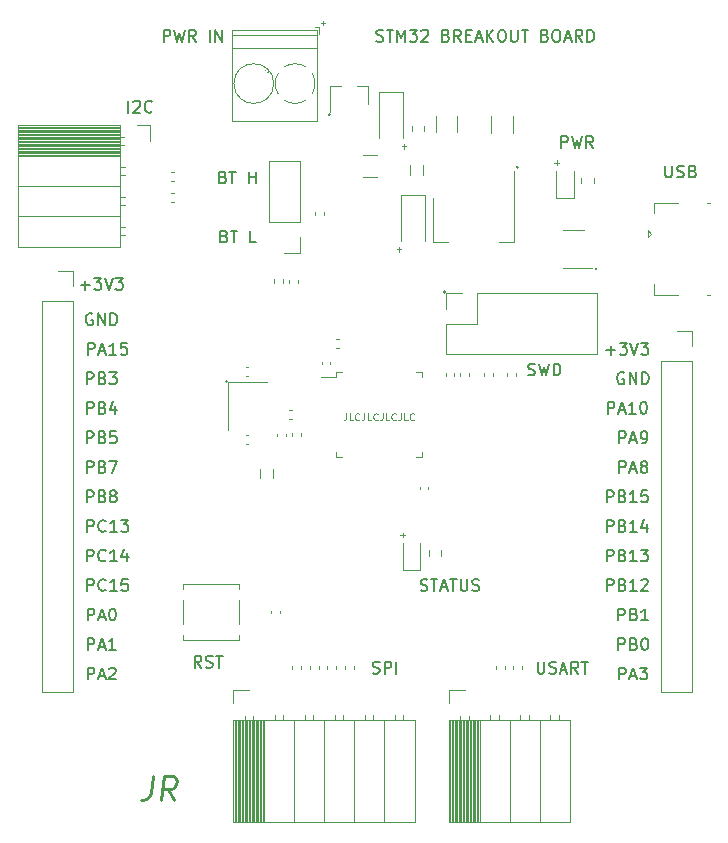
<source format=gbr>
%TF.GenerationSoftware,KiCad,Pcbnew,(5.1.9)-1*%
%TF.CreationDate,2021-01-20T19:31:44-08:00*%
%TF.ProjectId,STM32_BOB,53544d33-325f-4424-9f42-2e6b69636164,rev?*%
%TF.SameCoordinates,Original*%
%TF.FileFunction,Legend,Top*%
%TF.FilePolarity,Positive*%
%FSLAX46Y46*%
G04 Gerber Fmt 4.6, Leading zero omitted, Abs format (unit mm)*
G04 Created by KiCad (PCBNEW (5.1.9)-1) date 2021-01-20 19:31:44*
%MOMM*%
%LPD*%
G01*
G04 APERTURE LIST*
%ADD10C,0.120000*%
%ADD11C,0.150000*%
%ADD12C,0.125000*%
%ADD13C,0.250000*%
G04 APERTURE END LIST*
D10*
X120904403Y-70650000D02*
G75*
G03*
X120904403Y-70650000I-104403J0D01*
G01*
D11*
X100285714Y-105952380D02*
X100285714Y-104952380D01*
X100666666Y-104952380D01*
X100761904Y-105000000D01*
X100809523Y-105047619D01*
X100857142Y-105142857D01*
X100857142Y-105285714D01*
X100809523Y-105380952D01*
X100761904Y-105428571D01*
X100666666Y-105476190D01*
X100285714Y-105476190D01*
X101857142Y-105857142D02*
X101809523Y-105904761D01*
X101666666Y-105952380D01*
X101571428Y-105952380D01*
X101428571Y-105904761D01*
X101333333Y-105809523D01*
X101285714Y-105714285D01*
X101238095Y-105523809D01*
X101238095Y-105380952D01*
X101285714Y-105190476D01*
X101333333Y-105095238D01*
X101428571Y-105000000D01*
X101571428Y-104952380D01*
X101666666Y-104952380D01*
X101809523Y-105000000D01*
X101857142Y-105047619D01*
X102809523Y-105952380D02*
X102238095Y-105952380D01*
X102523809Y-105952380D02*
X102523809Y-104952380D01*
X102428571Y-105095238D01*
X102333333Y-105190476D01*
X102238095Y-105238095D01*
X103142857Y-104952380D02*
X103761904Y-104952380D01*
X103428571Y-105333333D01*
X103571428Y-105333333D01*
X103666666Y-105380952D01*
X103714285Y-105428571D01*
X103761904Y-105523809D01*
X103761904Y-105761904D01*
X103714285Y-105857142D01*
X103666666Y-105904761D01*
X103571428Y-105952380D01*
X103285714Y-105952380D01*
X103190476Y-105904761D01*
X103142857Y-105857142D01*
X145333333Y-98452380D02*
X145333333Y-97452380D01*
X145714285Y-97452380D01*
X145809523Y-97500000D01*
X145857142Y-97547619D01*
X145904761Y-97642857D01*
X145904761Y-97785714D01*
X145857142Y-97880952D01*
X145809523Y-97928571D01*
X145714285Y-97976190D01*
X145333333Y-97976190D01*
X146285714Y-98166666D02*
X146761904Y-98166666D01*
X146190476Y-98452380D02*
X146523809Y-97452380D01*
X146857142Y-98452380D01*
X147238095Y-98452380D02*
X147428571Y-98452380D01*
X147523809Y-98404761D01*
X147571428Y-98357142D01*
X147666666Y-98214285D01*
X147714285Y-98023809D01*
X147714285Y-97642857D01*
X147666666Y-97547619D01*
X147619047Y-97500000D01*
X147523809Y-97452380D01*
X147333333Y-97452380D01*
X147238095Y-97500000D01*
X147190476Y-97547619D01*
X147142857Y-97642857D01*
X147142857Y-97880952D01*
X147190476Y-97976190D01*
X147238095Y-98023809D01*
X147333333Y-98071428D01*
X147523809Y-98071428D01*
X147619047Y-98023809D01*
X147666666Y-97976190D01*
X147714285Y-97880952D01*
X145333333Y-100952380D02*
X145333333Y-99952380D01*
X145714285Y-99952380D01*
X145809523Y-100000000D01*
X145857142Y-100047619D01*
X145904761Y-100142857D01*
X145904761Y-100285714D01*
X145857142Y-100380952D01*
X145809523Y-100428571D01*
X145714285Y-100476190D01*
X145333333Y-100476190D01*
X146285714Y-100666666D02*
X146761904Y-100666666D01*
X146190476Y-100952380D02*
X146523809Y-99952380D01*
X146857142Y-100952380D01*
X147333333Y-100380952D02*
X147238095Y-100333333D01*
X147190476Y-100285714D01*
X147142857Y-100190476D01*
X147142857Y-100142857D01*
X147190476Y-100047619D01*
X147238095Y-100000000D01*
X147333333Y-99952380D01*
X147523809Y-99952380D01*
X147619047Y-100000000D01*
X147666666Y-100047619D01*
X147714285Y-100142857D01*
X147714285Y-100190476D01*
X147666666Y-100285714D01*
X147619047Y-100333333D01*
X147523809Y-100380952D01*
X147333333Y-100380952D01*
X147238095Y-100428571D01*
X147190476Y-100476190D01*
X147142857Y-100571428D01*
X147142857Y-100761904D01*
X147190476Y-100857142D01*
X147238095Y-100904761D01*
X147333333Y-100952380D01*
X147523809Y-100952380D01*
X147619047Y-100904761D01*
X147666666Y-100857142D01*
X147714285Y-100761904D01*
X147714285Y-100571428D01*
X147666666Y-100476190D01*
X147619047Y-100428571D01*
X147523809Y-100380952D01*
X144285714Y-103452380D02*
X144285714Y-102452380D01*
X144666666Y-102452380D01*
X144761904Y-102500000D01*
X144809523Y-102547619D01*
X144857142Y-102642857D01*
X144857142Y-102785714D01*
X144809523Y-102880952D01*
X144761904Y-102928571D01*
X144666666Y-102976190D01*
X144285714Y-102976190D01*
X145619047Y-102928571D02*
X145761904Y-102976190D01*
X145809523Y-103023809D01*
X145857142Y-103119047D01*
X145857142Y-103261904D01*
X145809523Y-103357142D01*
X145761904Y-103404761D01*
X145666666Y-103452380D01*
X145285714Y-103452380D01*
X145285714Y-102452380D01*
X145619047Y-102452380D01*
X145714285Y-102500000D01*
X145761904Y-102547619D01*
X145809523Y-102642857D01*
X145809523Y-102738095D01*
X145761904Y-102833333D01*
X145714285Y-102880952D01*
X145619047Y-102928571D01*
X145285714Y-102928571D01*
X146809523Y-103452380D02*
X146238095Y-103452380D01*
X146523809Y-103452380D02*
X146523809Y-102452380D01*
X146428571Y-102595238D01*
X146333333Y-102690476D01*
X146238095Y-102738095D01*
X147714285Y-102452380D02*
X147238095Y-102452380D01*
X147190476Y-102928571D01*
X147238095Y-102880952D01*
X147333333Y-102833333D01*
X147571428Y-102833333D01*
X147666666Y-102880952D01*
X147714285Y-102928571D01*
X147761904Y-103023809D01*
X147761904Y-103261904D01*
X147714285Y-103357142D01*
X147666666Y-103404761D01*
X147571428Y-103452380D01*
X147333333Y-103452380D01*
X147238095Y-103404761D01*
X147190476Y-103357142D01*
X144285714Y-105952380D02*
X144285714Y-104952380D01*
X144666666Y-104952380D01*
X144761904Y-105000000D01*
X144809523Y-105047619D01*
X144857142Y-105142857D01*
X144857142Y-105285714D01*
X144809523Y-105380952D01*
X144761904Y-105428571D01*
X144666666Y-105476190D01*
X144285714Y-105476190D01*
X145619047Y-105428571D02*
X145761904Y-105476190D01*
X145809523Y-105523809D01*
X145857142Y-105619047D01*
X145857142Y-105761904D01*
X145809523Y-105857142D01*
X145761904Y-105904761D01*
X145666666Y-105952380D01*
X145285714Y-105952380D01*
X145285714Y-104952380D01*
X145619047Y-104952380D01*
X145714285Y-105000000D01*
X145761904Y-105047619D01*
X145809523Y-105142857D01*
X145809523Y-105238095D01*
X145761904Y-105333333D01*
X145714285Y-105380952D01*
X145619047Y-105428571D01*
X145285714Y-105428571D01*
X146809523Y-105952380D02*
X146238095Y-105952380D01*
X146523809Y-105952380D02*
X146523809Y-104952380D01*
X146428571Y-105095238D01*
X146333333Y-105190476D01*
X146238095Y-105238095D01*
X147666666Y-105285714D02*
X147666666Y-105952380D01*
X147428571Y-104904761D02*
X147190476Y-105619047D01*
X147809523Y-105619047D01*
X144285714Y-108452380D02*
X144285714Y-107452380D01*
X144666666Y-107452380D01*
X144761904Y-107500000D01*
X144809523Y-107547619D01*
X144857142Y-107642857D01*
X144857142Y-107785714D01*
X144809523Y-107880952D01*
X144761904Y-107928571D01*
X144666666Y-107976190D01*
X144285714Y-107976190D01*
X145619047Y-107928571D02*
X145761904Y-107976190D01*
X145809523Y-108023809D01*
X145857142Y-108119047D01*
X145857142Y-108261904D01*
X145809523Y-108357142D01*
X145761904Y-108404761D01*
X145666666Y-108452380D01*
X145285714Y-108452380D01*
X145285714Y-107452380D01*
X145619047Y-107452380D01*
X145714285Y-107500000D01*
X145761904Y-107547619D01*
X145809523Y-107642857D01*
X145809523Y-107738095D01*
X145761904Y-107833333D01*
X145714285Y-107880952D01*
X145619047Y-107928571D01*
X145285714Y-107928571D01*
X146809523Y-108452380D02*
X146238095Y-108452380D01*
X146523809Y-108452380D02*
X146523809Y-107452380D01*
X146428571Y-107595238D01*
X146333333Y-107690476D01*
X146238095Y-107738095D01*
X147142857Y-107452380D02*
X147761904Y-107452380D01*
X147428571Y-107833333D01*
X147571428Y-107833333D01*
X147666666Y-107880952D01*
X147714285Y-107928571D01*
X147761904Y-108023809D01*
X147761904Y-108261904D01*
X147714285Y-108357142D01*
X147666666Y-108404761D01*
X147571428Y-108452380D01*
X147285714Y-108452380D01*
X147190476Y-108404761D01*
X147142857Y-108357142D01*
X144285714Y-110952380D02*
X144285714Y-109952380D01*
X144666666Y-109952380D01*
X144761904Y-110000000D01*
X144809523Y-110047619D01*
X144857142Y-110142857D01*
X144857142Y-110285714D01*
X144809523Y-110380952D01*
X144761904Y-110428571D01*
X144666666Y-110476190D01*
X144285714Y-110476190D01*
X145619047Y-110428571D02*
X145761904Y-110476190D01*
X145809523Y-110523809D01*
X145857142Y-110619047D01*
X145857142Y-110761904D01*
X145809523Y-110857142D01*
X145761904Y-110904761D01*
X145666666Y-110952380D01*
X145285714Y-110952380D01*
X145285714Y-109952380D01*
X145619047Y-109952380D01*
X145714285Y-110000000D01*
X145761904Y-110047619D01*
X145809523Y-110142857D01*
X145809523Y-110238095D01*
X145761904Y-110333333D01*
X145714285Y-110380952D01*
X145619047Y-110428571D01*
X145285714Y-110428571D01*
X146809523Y-110952380D02*
X146238095Y-110952380D01*
X146523809Y-110952380D02*
X146523809Y-109952380D01*
X146428571Y-110095238D01*
X146333333Y-110190476D01*
X146238095Y-110238095D01*
X147190476Y-110047619D02*
X147238095Y-110000000D01*
X147333333Y-109952380D01*
X147571428Y-109952380D01*
X147666666Y-110000000D01*
X147714285Y-110047619D01*
X147761904Y-110142857D01*
X147761904Y-110238095D01*
X147714285Y-110380952D01*
X147142857Y-110952380D01*
X147761904Y-110952380D01*
X145261904Y-113452380D02*
X145261904Y-112452380D01*
X145642857Y-112452380D01*
X145738095Y-112500000D01*
X145785714Y-112547619D01*
X145833333Y-112642857D01*
X145833333Y-112785714D01*
X145785714Y-112880952D01*
X145738095Y-112928571D01*
X145642857Y-112976190D01*
X145261904Y-112976190D01*
X146595238Y-112928571D02*
X146738095Y-112976190D01*
X146785714Y-113023809D01*
X146833333Y-113119047D01*
X146833333Y-113261904D01*
X146785714Y-113357142D01*
X146738095Y-113404761D01*
X146642857Y-113452380D01*
X146261904Y-113452380D01*
X146261904Y-112452380D01*
X146595238Y-112452380D01*
X146690476Y-112500000D01*
X146738095Y-112547619D01*
X146785714Y-112642857D01*
X146785714Y-112738095D01*
X146738095Y-112833333D01*
X146690476Y-112880952D01*
X146595238Y-112928571D01*
X146261904Y-112928571D01*
X147785714Y-113452380D02*
X147214285Y-113452380D01*
X147500000Y-113452380D02*
X147500000Y-112452380D01*
X147404761Y-112595238D01*
X147309523Y-112690476D01*
X147214285Y-112738095D01*
X145261904Y-115952380D02*
X145261904Y-114952380D01*
X145642857Y-114952380D01*
X145738095Y-115000000D01*
X145785714Y-115047619D01*
X145833333Y-115142857D01*
X145833333Y-115285714D01*
X145785714Y-115380952D01*
X145738095Y-115428571D01*
X145642857Y-115476190D01*
X145261904Y-115476190D01*
X146595238Y-115428571D02*
X146738095Y-115476190D01*
X146785714Y-115523809D01*
X146833333Y-115619047D01*
X146833333Y-115761904D01*
X146785714Y-115857142D01*
X146738095Y-115904761D01*
X146642857Y-115952380D01*
X146261904Y-115952380D01*
X146261904Y-114952380D01*
X146595238Y-114952380D01*
X146690476Y-115000000D01*
X146738095Y-115047619D01*
X146785714Y-115142857D01*
X146785714Y-115238095D01*
X146738095Y-115333333D01*
X146690476Y-115380952D01*
X146595238Y-115428571D01*
X146261904Y-115428571D01*
X147452380Y-114952380D02*
X147547619Y-114952380D01*
X147642857Y-115000000D01*
X147690476Y-115047619D01*
X147738095Y-115142857D01*
X147785714Y-115333333D01*
X147785714Y-115571428D01*
X147738095Y-115761904D01*
X147690476Y-115857142D01*
X147642857Y-115904761D01*
X147547619Y-115952380D01*
X147452380Y-115952380D01*
X147357142Y-115904761D01*
X147309523Y-115857142D01*
X147261904Y-115761904D01*
X147214285Y-115571428D01*
X147214285Y-115333333D01*
X147261904Y-115142857D01*
X147309523Y-115047619D01*
X147357142Y-115000000D01*
X147452380Y-114952380D01*
X145333333Y-118452380D02*
X145333333Y-117452380D01*
X145714285Y-117452380D01*
X145809523Y-117500000D01*
X145857142Y-117547619D01*
X145904761Y-117642857D01*
X145904761Y-117785714D01*
X145857142Y-117880952D01*
X145809523Y-117928571D01*
X145714285Y-117976190D01*
X145333333Y-117976190D01*
X146285714Y-118166666D02*
X146761904Y-118166666D01*
X146190476Y-118452380D02*
X146523809Y-117452380D01*
X146857142Y-118452380D01*
X147095238Y-117452380D02*
X147714285Y-117452380D01*
X147380952Y-117833333D01*
X147523809Y-117833333D01*
X147619047Y-117880952D01*
X147666666Y-117928571D01*
X147714285Y-118023809D01*
X147714285Y-118261904D01*
X147666666Y-118357142D01*
X147619047Y-118404761D01*
X147523809Y-118452380D01*
X147238095Y-118452380D01*
X147142857Y-118404761D01*
X147095238Y-118357142D01*
X144357142Y-95952380D02*
X144357142Y-94952380D01*
X144738095Y-94952380D01*
X144833333Y-95000000D01*
X144880952Y-95047619D01*
X144928571Y-95142857D01*
X144928571Y-95285714D01*
X144880952Y-95380952D01*
X144833333Y-95428571D01*
X144738095Y-95476190D01*
X144357142Y-95476190D01*
X145309523Y-95666666D02*
X145785714Y-95666666D01*
X145214285Y-95952380D02*
X145547619Y-94952380D01*
X145880952Y-95952380D01*
X146738095Y-95952380D02*
X146166666Y-95952380D01*
X146452380Y-95952380D02*
X146452380Y-94952380D01*
X146357142Y-95095238D01*
X146261904Y-95190476D01*
X146166666Y-95238095D01*
X147357142Y-94952380D02*
X147452380Y-94952380D01*
X147547619Y-95000000D01*
X147595238Y-95047619D01*
X147642857Y-95142857D01*
X147690476Y-95333333D01*
X147690476Y-95571428D01*
X147642857Y-95761904D01*
X147595238Y-95857142D01*
X147547619Y-95904761D01*
X147452380Y-95952380D01*
X147357142Y-95952380D01*
X147261904Y-95904761D01*
X147214285Y-95857142D01*
X147166666Y-95761904D01*
X147119047Y-95571428D01*
X147119047Y-95333333D01*
X147166666Y-95142857D01*
X147214285Y-95047619D01*
X147261904Y-95000000D01*
X147357142Y-94952380D01*
X145738095Y-92500000D02*
X145642857Y-92452380D01*
X145500000Y-92452380D01*
X145357142Y-92500000D01*
X145261904Y-92595238D01*
X145214285Y-92690476D01*
X145166666Y-92880952D01*
X145166666Y-93023809D01*
X145214285Y-93214285D01*
X145261904Y-93309523D01*
X145357142Y-93404761D01*
X145500000Y-93452380D01*
X145595238Y-93452380D01*
X145738095Y-93404761D01*
X145785714Y-93357142D01*
X145785714Y-93023809D01*
X145595238Y-93023809D01*
X146214285Y-93452380D02*
X146214285Y-92452380D01*
X146785714Y-93452380D01*
X146785714Y-92452380D01*
X147261904Y-93452380D02*
X147261904Y-92452380D01*
X147500000Y-92452380D01*
X147642857Y-92500000D01*
X147738095Y-92595238D01*
X147785714Y-92690476D01*
X147833333Y-92880952D01*
X147833333Y-93023809D01*
X147785714Y-93214285D01*
X147738095Y-93309523D01*
X147642857Y-93404761D01*
X147500000Y-93452380D01*
X147261904Y-93452380D01*
X144238095Y-90571428D02*
X145000000Y-90571428D01*
X144619047Y-90952380D02*
X144619047Y-90190476D01*
X145380952Y-89952380D02*
X146000000Y-89952380D01*
X145666666Y-90333333D01*
X145809523Y-90333333D01*
X145904761Y-90380952D01*
X145952380Y-90428571D01*
X146000000Y-90523809D01*
X146000000Y-90761904D01*
X145952380Y-90857142D01*
X145904761Y-90904761D01*
X145809523Y-90952380D01*
X145523809Y-90952380D01*
X145428571Y-90904761D01*
X145380952Y-90857142D01*
X146285714Y-89952380D02*
X146619047Y-90952380D01*
X146952380Y-89952380D01*
X147190476Y-89952380D02*
X147809523Y-89952380D01*
X147476190Y-90333333D01*
X147619047Y-90333333D01*
X147714285Y-90380952D01*
X147761904Y-90428571D01*
X147809523Y-90523809D01*
X147809523Y-90761904D01*
X147761904Y-90857142D01*
X147714285Y-90904761D01*
X147619047Y-90952380D01*
X147333333Y-90952380D01*
X147238095Y-90904761D01*
X147190476Y-90857142D01*
X99738095Y-85071428D02*
X100500000Y-85071428D01*
X100119047Y-85452380D02*
X100119047Y-84690476D01*
X100880952Y-84452380D02*
X101500000Y-84452380D01*
X101166666Y-84833333D01*
X101309523Y-84833333D01*
X101404761Y-84880952D01*
X101452380Y-84928571D01*
X101500000Y-85023809D01*
X101500000Y-85261904D01*
X101452380Y-85357142D01*
X101404761Y-85404761D01*
X101309523Y-85452380D01*
X101023809Y-85452380D01*
X100928571Y-85404761D01*
X100880952Y-85357142D01*
X101785714Y-84452380D02*
X102119047Y-85452380D01*
X102452380Y-84452380D01*
X102690476Y-84452380D02*
X103309523Y-84452380D01*
X102976190Y-84833333D01*
X103119047Y-84833333D01*
X103214285Y-84880952D01*
X103261904Y-84928571D01*
X103309523Y-85023809D01*
X103309523Y-85261904D01*
X103261904Y-85357142D01*
X103214285Y-85404761D01*
X103119047Y-85452380D01*
X102833333Y-85452380D01*
X102738095Y-85404761D01*
X102690476Y-85357142D01*
X100738095Y-87500000D02*
X100642857Y-87452380D01*
X100500000Y-87452380D01*
X100357142Y-87500000D01*
X100261904Y-87595238D01*
X100214285Y-87690476D01*
X100166666Y-87880952D01*
X100166666Y-88023809D01*
X100214285Y-88214285D01*
X100261904Y-88309523D01*
X100357142Y-88404761D01*
X100500000Y-88452380D01*
X100595238Y-88452380D01*
X100738095Y-88404761D01*
X100785714Y-88357142D01*
X100785714Y-88023809D01*
X100595238Y-88023809D01*
X101214285Y-88452380D02*
X101214285Y-87452380D01*
X101785714Y-88452380D01*
X101785714Y-87452380D01*
X102261904Y-88452380D02*
X102261904Y-87452380D01*
X102500000Y-87452380D01*
X102642857Y-87500000D01*
X102738095Y-87595238D01*
X102785714Y-87690476D01*
X102833333Y-87880952D01*
X102833333Y-88023809D01*
X102785714Y-88214285D01*
X102738095Y-88309523D01*
X102642857Y-88404761D01*
X102500000Y-88452380D01*
X102261904Y-88452380D01*
X100357142Y-90952380D02*
X100357142Y-89952380D01*
X100738095Y-89952380D01*
X100833333Y-90000000D01*
X100880952Y-90047619D01*
X100928571Y-90142857D01*
X100928571Y-90285714D01*
X100880952Y-90380952D01*
X100833333Y-90428571D01*
X100738095Y-90476190D01*
X100357142Y-90476190D01*
X101309523Y-90666666D02*
X101785714Y-90666666D01*
X101214285Y-90952380D02*
X101547619Y-89952380D01*
X101880952Y-90952380D01*
X102738095Y-90952380D02*
X102166666Y-90952380D01*
X102452380Y-90952380D02*
X102452380Y-89952380D01*
X102357142Y-90095238D01*
X102261904Y-90190476D01*
X102166666Y-90238095D01*
X103642857Y-89952380D02*
X103166666Y-89952380D01*
X103119047Y-90428571D01*
X103166666Y-90380952D01*
X103261904Y-90333333D01*
X103500000Y-90333333D01*
X103595238Y-90380952D01*
X103642857Y-90428571D01*
X103690476Y-90523809D01*
X103690476Y-90761904D01*
X103642857Y-90857142D01*
X103595238Y-90904761D01*
X103500000Y-90952380D01*
X103261904Y-90952380D01*
X103166666Y-90904761D01*
X103119047Y-90857142D01*
X100261904Y-93452380D02*
X100261904Y-92452380D01*
X100642857Y-92452380D01*
X100738095Y-92500000D01*
X100785714Y-92547619D01*
X100833333Y-92642857D01*
X100833333Y-92785714D01*
X100785714Y-92880952D01*
X100738095Y-92928571D01*
X100642857Y-92976190D01*
X100261904Y-92976190D01*
X101595238Y-92928571D02*
X101738095Y-92976190D01*
X101785714Y-93023809D01*
X101833333Y-93119047D01*
X101833333Y-93261904D01*
X101785714Y-93357142D01*
X101738095Y-93404761D01*
X101642857Y-93452380D01*
X101261904Y-93452380D01*
X101261904Y-92452380D01*
X101595238Y-92452380D01*
X101690476Y-92500000D01*
X101738095Y-92547619D01*
X101785714Y-92642857D01*
X101785714Y-92738095D01*
X101738095Y-92833333D01*
X101690476Y-92880952D01*
X101595238Y-92928571D01*
X101261904Y-92928571D01*
X102166666Y-92452380D02*
X102785714Y-92452380D01*
X102452380Y-92833333D01*
X102595238Y-92833333D01*
X102690476Y-92880952D01*
X102738095Y-92928571D01*
X102785714Y-93023809D01*
X102785714Y-93261904D01*
X102738095Y-93357142D01*
X102690476Y-93404761D01*
X102595238Y-93452380D01*
X102309523Y-93452380D01*
X102214285Y-93404761D01*
X102166666Y-93357142D01*
X100261904Y-95952380D02*
X100261904Y-94952380D01*
X100642857Y-94952380D01*
X100738095Y-95000000D01*
X100785714Y-95047619D01*
X100833333Y-95142857D01*
X100833333Y-95285714D01*
X100785714Y-95380952D01*
X100738095Y-95428571D01*
X100642857Y-95476190D01*
X100261904Y-95476190D01*
X101595238Y-95428571D02*
X101738095Y-95476190D01*
X101785714Y-95523809D01*
X101833333Y-95619047D01*
X101833333Y-95761904D01*
X101785714Y-95857142D01*
X101738095Y-95904761D01*
X101642857Y-95952380D01*
X101261904Y-95952380D01*
X101261904Y-94952380D01*
X101595238Y-94952380D01*
X101690476Y-95000000D01*
X101738095Y-95047619D01*
X101785714Y-95142857D01*
X101785714Y-95238095D01*
X101738095Y-95333333D01*
X101690476Y-95380952D01*
X101595238Y-95428571D01*
X101261904Y-95428571D01*
X102690476Y-95285714D02*
X102690476Y-95952380D01*
X102452380Y-94904761D02*
X102214285Y-95619047D01*
X102833333Y-95619047D01*
X100261904Y-98452380D02*
X100261904Y-97452380D01*
X100642857Y-97452380D01*
X100738095Y-97500000D01*
X100785714Y-97547619D01*
X100833333Y-97642857D01*
X100833333Y-97785714D01*
X100785714Y-97880952D01*
X100738095Y-97928571D01*
X100642857Y-97976190D01*
X100261904Y-97976190D01*
X101595238Y-97928571D02*
X101738095Y-97976190D01*
X101785714Y-98023809D01*
X101833333Y-98119047D01*
X101833333Y-98261904D01*
X101785714Y-98357142D01*
X101738095Y-98404761D01*
X101642857Y-98452380D01*
X101261904Y-98452380D01*
X101261904Y-97452380D01*
X101595238Y-97452380D01*
X101690476Y-97500000D01*
X101738095Y-97547619D01*
X101785714Y-97642857D01*
X101785714Y-97738095D01*
X101738095Y-97833333D01*
X101690476Y-97880952D01*
X101595238Y-97928571D01*
X101261904Y-97928571D01*
X102738095Y-97452380D02*
X102261904Y-97452380D01*
X102214285Y-97928571D01*
X102261904Y-97880952D01*
X102357142Y-97833333D01*
X102595238Y-97833333D01*
X102690476Y-97880952D01*
X102738095Y-97928571D01*
X102785714Y-98023809D01*
X102785714Y-98261904D01*
X102738095Y-98357142D01*
X102690476Y-98404761D01*
X102595238Y-98452380D01*
X102357142Y-98452380D01*
X102261904Y-98404761D01*
X102214285Y-98357142D01*
X100261904Y-100952380D02*
X100261904Y-99952380D01*
X100642857Y-99952380D01*
X100738095Y-100000000D01*
X100785714Y-100047619D01*
X100833333Y-100142857D01*
X100833333Y-100285714D01*
X100785714Y-100380952D01*
X100738095Y-100428571D01*
X100642857Y-100476190D01*
X100261904Y-100476190D01*
X101595238Y-100428571D02*
X101738095Y-100476190D01*
X101785714Y-100523809D01*
X101833333Y-100619047D01*
X101833333Y-100761904D01*
X101785714Y-100857142D01*
X101738095Y-100904761D01*
X101642857Y-100952380D01*
X101261904Y-100952380D01*
X101261904Y-99952380D01*
X101595238Y-99952380D01*
X101690476Y-100000000D01*
X101738095Y-100047619D01*
X101785714Y-100142857D01*
X101785714Y-100238095D01*
X101738095Y-100333333D01*
X101690476Y-100380952D01*
X101595238Y-100428571D01*
X101261904Y-100428571D01*
X102166666Y-99952380D02*
X102833333Y-99952380D01*
X102404761Y-100952380D01*
X100261904Y-103452380D02*
X100261904Y-102452380D01*
X100642857Y-102452380D01*
X100738095Y-102500000D01*
X100785714Y-102547619D01*
X100833333Y-102642857D01*
X100833333Y-102785714D01*
X100785714Y-102880952D01*
X100738095Y-102928571D01*
X100642857Y-102976190D01*
X100261904Y-102976190D01*
X101595238Y-102928571D02*
X101738095Y-102976190D01*
X101785714Y-103023809D01*
X101833333Y-103119047D01*
X101833333Y-103261904D01*
X101785714Y-103357142D01*
X101738095Y-103404761D01*
X101642857Y-103452380D01*
X101261904Y-103452380D01*
X101261904Y-102452380D01*
X101595238Y-102452380D01*
X101690476Y-102500000D01*
X101738095Y-102547619D01*
X101785714Y-102642857D01*
X101785714Y-102738095D01*
X101738095Y-102833333D01*
X101690476Y-102880952D01*
X101595238Y-102928571D01*
X101261904Y-102928571D01*
X102404761Y-102880952D02*
X102309523Y-102833333D01*
X102261904Y-102785714D01*
X102214285Y-102690476D01*
X102214285Y-102642857D01*
X102261904Y-102547619D01*
X102309523Y-102500000D01*
X102404761Y-102452380D01*
X102595238Y-102452380D01*
X102690476Y-102500000D01*
X102738095Y-102547619D01*
X102785714Y-102642857D01*
X102785714Y-102690476D01*
X102738095Y-102785714D01*
X102690476Y-102833333D01*
X102595238Y-102880952D01*
X102404761Y-102880952D01*
X102309523Y-102928571D01*
X102261904Y-102976190D01*
X102214285Y-103071428D01*
X102214285Y-103261904D01*
X102261904Y-103357142D01*
X102309523Y-103404761D01*
X102404761Y-103452380D01*
X102595238Y-103452380D01*
X102690476Y-103404761D01*
X102738095Y-103357142D01*
X102785714Y-103261904D01*
X102785714Y-103071428D01*
X102738095Y-102976190D01*
X102690476Y-102928571D01*
X102595238Y-102880952D01*
X100285714Y-108452380D02*
X100285714Y-107452380D01*
X100666666Y-107452380D01*
X100761904Y-107500000D01*
X100809523Y-107547619D01*
X100857142Y-107642857D01*
X100857142Y-107785714D01*
X100809523Y-107880952D01*
X100761904Y-107928571D01*
X100666666Y-107976190D01*
X100285714Y-107976190D01*
X101857142Y-108357142D02*
X101809523Y-108404761D01*
X101666666Y-108452380D01*
X101571428Y-108452380D01*
X101428571Y-108404761D01*
X101333333Y-108309523D01*
X101285714Y-108214285D01*
X101238095Y-108023809D01*
X101238095Y-107880952D01*
X101285714Y-107690476D01*
X101333333Y-107595238D01*
X101428571Y-107500000D01*
X101571428Y-107452380D01*
X101666666Y-107452380D01*
X101809523Y-107500000D01*
X101857142Y-107547619D01*
X102809523Y-108452380D02*
X102238095Y-108452380D01*
X102523809Y-108452380D02*
X102523809Y-107452380D01*
X102428571Y-107595238D01*
X102333333Y-107690476D01*
X102238095Y-107738095D01*
X103666666Y-107785714D02*
X103666666Y-108452380D01*
X103428571Y-107404761D02*
X103190476Y-108119047D01*
X103809523Y-108119047D01*
X100285714Y-110952380D02*
X100285714Y-109952380D01*
X100666666Y-109952380D01*
X100761904Y-110000000D01*
X100809523Y-110047619D01*
X100857142Y-110142857D01*
X100857142Y-110285714D01*
X100809523Y-110380952D01*
X100761904Y-110428571D01*
X100666666Y-110476190D01*
X100285714Y-110476190D01*
X101857142Y-110857142D02*
X101809523Y-110904761D01*
X101666666Y-110952380D01*
X101571428Y-110952380D01*
X101428571Y-110904761D01*
X101333333Y-110809523D01*
X101285714Y-110714285D01*
X101238095Y-110523809D01*
X101238095Y-110380952D01*
X101285714Y-110190476D01*
X101333333Y-110095238D01*
X101428571Y-110000000D01*
X101571428Y-109952380D01*
X101666666Y-109952380D01*
X101809523Y-110000000D01*
X101857142Y-110047619D01*
X102809523Y-110952380D02*
X102238095Y-110952380D01*
X102523809Y-110952380D02*
X102523809Y-109952380D01*
X102428571Y-110095238D01*
X102333333Y-110190476D01*
X102238095Y-110238095D01*
X103714285Y-109952380D02*
X103238095Y-109952380D01*
X103190476Y-110428571D01*
X103238095Y-110380952D01*
X103333333Y-110333333D01*
X103571428Y-110333333D01*
X103666666Y-110380952D01*
X103714285Y-110428571D01*
X103761904Y-110523809D01*
X103761904Y-110761904D01*
X103714285Y-110857142D01*
X103666666Y-110904761D01*
X103571428Y-110952380D01*
X103333333Y-110952380D01*
X103238095Y-110904761D01*
X103190476Y-110857142D01*
X100333333Y-113452380D02*
X100333333Y-112452380D01*
X100714285Y-112452380D01*
X100809523Y-112500000D01*
X100857142Y-112547619D01*
X100904761Y-112642857D01*
X100904761Y-112785714D01*
X100857142Y-112880952D01*
X100809523Y-112928571D01*
X100714285Y-112976190D01*
X100333333Y-112976190D01*
X101285714Y-113166666D02*
X101761904Y-113166666D01*
X101190476Y-113452380D02*
X101523809Y-112452380D01*
X101857142Y-113452380D01*
X102380952Y-112452380D02*
X102476190Y-112452380D01*
X102571428Y-112500000D01*
X102619047Y-112547619D01*
X102666666Y-112642857D01*
X102714285Y-112833333D01*
X102714285Y-113071428D01*
X102666666Y-113261904D01*
X102619047Y-113357142D01*
X102571428Y-113404761D01*
X102476190Y-113452380D01*
X102380952Y-113452380D01*
X102285714Y-113404761D01*
X102238095Y-113357142D01*
X102190476Y-113261904D01*
X102142857Y-113071428D01*
X102142857Y-112833333D01*
X102190476Y-112642857D01*
X102238095Y-112547619D01*
X102285714Y-112500000D01*
X102380952Y-112452380D01*
X100333333Y-115952380D02*
X100333333Y-114952380D01*
X100714285Y-114952380D01*
X100809523Y-115000000D01*
X100857142Y-115047619D01*
X100904761Y-115142857D01*
X100904761Y-115285714D01*
X100857142Y-115380952D01*
X100809523Y-115428571D01*
X100714285Y-115476190D01*
X100333333Y-115476190D01*
X101285714Y-115666666D02*
X101761904Y-115666666D01*
X101190476Y-115952380D02*
X101523809Y-114952380D01*
X101857142Y-115952380D01*
X102714285Y-115952380D02*
X102142857Y-115952380D01*
X102428571Y-115952380D02*
X102428571Y-114952380D01*
X102333333Y-115095238D01*
X102238095Y-115190476D01*
X102142857Y-115238095D01*
X100333333Y-118452380D02*
X100333333Y-117452380D01*
X100714285Y-117452380D01*
X100809523Y-117500000D01*
X100857142Y-117547619D01*
X100904761Y-117642857D01*
X100904761Y-117785714D01*
X100857142Y-117880952D01*
X100809523Y-117928571D01*
X100714285Y-117976190D01*
X100333333Y-117976190D01*
X101285714Y-118166666D02*
X101761904Y-118166666D01*
X101190476Y-118452380D02*
X101523809Y-117452380D01*
X101857142Y-118452380D01*
X102142857Y-117547619D02*
X102190476Y-117500000D01*
X102285714Y-117452380D01*
X102523809Y-117452380D01*
X102619047Y-117500000D01*
X102666666Y-117547619D01*
X102714285Y-117642857D01*
X102714285Y-117738095D01*
X102666666Y-117880952D01*
X102095238Y-118452380D01*
X102714285Y-118452380D01*
D12*
X122228571Y-95921428D02*
X122228571Y-96350000D01*
X122200000Y-96435714D01*
X122142857Y-96492857D01*
X122057142Y-96521428D01*
X122000000Y-96521428D01*
X122800000Y-96521428D02*
X122514285Y-96521428D01*
X122514285Y-95921428D01*
X123342857Y-96464285D02*
X123314285Y-96492857D01*
X123228571Y-96521428D01*
X123171428Y-96521428D01*
X123085714Y-96492857D01*
X123028571Y-96435714D01*
X123000000Y-96378571D01*
X122971428Y-96264285D01*
X122971428Y-96178571D01*
X123000000Y-96064285D01*
X123028571Y-96007142D01*
X123085714Y-95950000D01*
X123171428Y-95921428D01*
X123228571Y-95921428D01*
X123314285Y-95950000D01*
X123342857Y-95978571D01*
X123771428Y-95921428D02*
X123771428Y-96350000D01*
X123742857Y-96435714D01*
X123685714Y-96492857D01*
X123600000Y-96521428D01*
X123542857Y-96521428D01*
X124342857Y-96521428D02*
X124057142Y-96521428D01*
X124057142Y-95921428D01*
X124885714Y-96464285D02*
X124857142Y-96492857D01*
X124771428Y-96521428D01*
X124714285Y-96521428D01*
X124628571Y-96492857D01*
X124571428Y-96435714D01*
X124542857Y-96378571D01*
X124514285Y-96264285D01*
X124514285Y-96178571D01*
X124542857Y-96064285D01*
X124571428Y-96007142D01*
X124628571Y-95950000D01*
X124714285Y-95921428D01*
X124771428Y-95921428D01*
X124857142Y-95950000D01*
X124885714Y-95978571D01*
X125314285Y-95921428D02*
X125314285Y-96350000D01*
X125285714Y-96435714D01*
X125228571Y-96492857D01*
X125142857Y-96521428D01*
X125085714Y-96521428D01*
X125885714Y-96521428D02*
X125600000Y-96521428D01*
X125600000Y-95921428D01*
X126428571Y-96464285D02*
X126400000Y-96492857D01*
X126314285Y-96521428D01*
X126257142Y-96521428D01*
X126171428Y-96492857D01*
X126114285Y-96435714D01*
X126085714Y-96378571D01*
X126057142Y-96264285D01*
X126057142Y-96178571D01*
X126085714Y-96064285D01*
X126114285Y-96007142D01*
X126171428Y-95950000D01*
X126257142Y-95921428D01*
X126314285Y-95921428D01*
X126400000Y-95950000D01*
X126428571Y-95978571D01*
X126857142Y-95921428D02*
X126857142Y-96350000D01*
X126828571Y-96435714D01*
X126771428Y-96492857D01*
X126685714Y-96521428D01*
X126628571Y-96521428D01*
X127428571Y-96521428D02*
X127142857Y-96521428D01*
X127142857Y-95921428D01*
X127971428Y-96464285D02*
X127942857Y-96492857D01*
X127857142Y-96521428D01*
X127800000Y-96521428D01*
X127714285Y-96492857D01*
X127657142Y-96435714D01*
X127628571Y-96378571D01*
X127600000Y-96264285D01*
X127600000Y-96178571D01*
X127628571Y-96064285D01*
X127657142Y-96007142D01*
X127714285Y-95950000D01*
X127800000Y-95921428D01*
X127857142Y-95921428D01*
X127942857Y-95950000D01*
X127971428Y-95978571D01*
D13*
X105839806Y-126654761D02*
X105661235Y-128083333D01*
X105530282Y-128369047D01*
X105315997Y-128559523D01*
X105018377Y-128654761D01*
X104827901Y-128654761D01*
X107685044Y-128654761D02*
X107137425Y-127702380D01*
X106542187Y-128654761D02*
X106792187Y-126654761D01*
X107554092Y-126654761D01*
X107732663Y-126750000D01*
X107815997Y-126845238D01*
X107887425Y-127035714D01*
X107851711Y-127321428D01*
X107732663Y-127511904D01*
X107625520Y-127607142D01*
X107423139Y-127702380D01*
X106661235Y-127702380D01*
D11*
X124785714Y-64404761D02*
X124928571Y-64452380D01*
X125166666Y-64452380D01*
X125261904Y-64404761D01*
X125309523Y-64357142D01*
X125357142Y-64261904D01*
X125357142Y-64166666D01*
X125309523Y-64071428D01*
X125261904Y-64023809D01*
X125166666Y-63976190D01*
X124976190Y-63928571D01*
X124880952Y-63880952D01*
X124833333Y-63833333D01*
X124785714Y-63738095D01*
X124785714Y-63642857D01*
X124833333Y-63547619D01*
X124880952Y-63500000D01*
X124976190Y-63452380D01*
X125214285Y-63452380D01*
X125357142Y-63500000D01*
X125642857Y-63452380D02*
X126214285Y-63452380D01*
X125928571Y-64452380D02*
X125928571Y-63452380D01*
X126547619Y-64452380D02*
X126547619Y-63452380D01*
X126880952Y-64166666D01*
X127214285Y-63452380D01*
X127214285Y-64452380D01*
X127595238Y-63452380D02*
X128214285Y-63452380D01*
X127880952Y-63833333D01*
X128023809Y-63833333D01*
X128119047Y-63880952D01*
X128166666Y-63928571D01*
X128214285Y-64023809D01*
X128214285Y-64261904D01*
X128166666Y-64357142D01*
X128119047Y-64404761D01*
X128023809Y-64452380D01*
X127738095Y-64452380D01*
X127642857Y-64404761D01*
X127595238Y-64357142D01*
X128595238Y-63547619D02*
X128642857Y-63500000D01*
X128738095Y-63452380D01*
X128976190Y-63452380D01*
X129071428Y-63500000D01*
X129119047Y-63547619D01*
X129166666Y-63642857D01*
X129166666Y-63738095D01*
X129119047Y-63880952D01*
X128547619Y-64452380D01*
X129166666Y-64452380D01*
X130690476Y-63928571D02*
X130833333Y-63976190D01*
X130880952Y-64023809D01*
X130928571Y-64119047D01*
X130928571Y-64261904D01*
X130880952Y-64357142D01*
X130833333Y-64404761D01*
X130738095Y-64452380D01*
X130357142Y-64452380D01*
X130357142Y-63452380D01*
X130690476Y-63452380D01*
X130785714Y-63500000D01*
X130833333Y-63547619D01*
X130880952Y-63642857D01*
X130880952Y-63738095D01*
X130833333Y-63833333D01*
X130785714Y-63880952D01*
X130690476Y-63928571D01*
X130357142Y-63928571D01*
X131928571Y-64452380D02*
X131595238Y-63976190D01*
X131357142Y-64452380D02*
X131357142Y-63452380D01*
X131738095Y-63452380D01*
X131833333Y-63500000D01*
X131880952Y-63547619D01*
X131928571Y-63642857D01*
X131928571Y-63785714D01*
X131880952Y-63880952D01*
X131833333Y-63928571D01*
X131738095Y-63976190D01*
X131357142Y-63976190D01*
X132357142Y-63928571D02*
X132690476Y-63928571D01*
X132833333Y-64452380D02*
X132357142Y-64452380D01*
X132357142Y-63452380D01*
X132833333Y-63452380D01*
X133214285Y-64166666D02*
X133690476Y-64166666D01*
X133119047Y-64452380D02*
X133452380Y-63452380D01*
X133785714Y-64452380D01*
X134119047Y-64452380D02*
X134119047Y-63452380D01*
X134690476Y-64452380D02*
X134261904Y-63880952D01*
X134690476Y-63452380D02*
X134119047Y-64023809D01*
X135309523Y-63452380D02*
X135500000Y-63452380D01*
X135595238Y-63500000D01*
X135690476Y-63595238D01*
X135738095Y-63785714D01*
X135738095Y-64119047D01*
X135690476Y-64309523D01*
X135595238Y-64404761D01*
X135500000Y-64452380D01*
X135309523Y-64452380D01*
X135214285Y-64404761D01*
X135119047Y-64309523D01*
X135071428Y-64119047D01*
X135071428Y-63785714D01*
X135119047Y-63595238D01*
X135214285Y-63500000D01*
X135309523Y-63452380D01*
X136166666Y-63452380D02*
X136166666Y-64261904D01*
X136214285Y-64357142D01*
X136261904Y-64404761D01*
X136357142Y-64452380D01*
X136547619Y-64452380D01*
X136642857Y-64404761D01*
X136690476Y-64357142D01*
X136738095Y-64261904D01*
X136738095Y-63452380D01*
X137071428Y-63452380D02*
X137642857Y-63452380D01*
X137357142Y-64452380D02*
X137357142Y-63452380D01*
X139071428Y-63928571D02*
X139214285Y-63976190D01*
X139261904Y-64023809D01*
X139309523Y-64119047D01*
X139309523Y-64261904D01*
X139261904Y-64357142D01*
X139214285Y-64404761D01*
X139119047Y-64452380D01*
X138738095Y-64452380D01*
X138738095Y-63452380D01*
X139071428Y-63452380D01*
X139166666Y-63500000D01*
X139214285Y-63547619D01*
X139261904Y-63642857D01*
X139261904Y-63738095D01*
X139214285Y-63833333D01*
X139166666Y-63880952D01*
X139071428Y-63928571D01*
X138738095Y-63928571D01*
X139928571Y-63452380D02*
X140119047Y-63452380D01*
X140214285Y-63500000D01*
X140309523Y-63595238D01*
X140357142Y-63785714D01*
X140357142Y-64119047D01*
X140309523Y-64309523D01*
X140214285Y-64404761D01*
X140119047Y-64452380D01*
X139928571Y-64452380D01*
X139833333Y-64404761D01*
X139738095Y-64309523D01*
X139690476Y-64119047D01*
X139690476Y-63785714D01*
X139738095Y-63595238D01*
X139833333Y-63500000D01*
X139928571Y-63452380D01*
X140738095Y-64166666D02*
X141214285Y-64166666D01*
X140642857Y-64452380D02*
X140976190Y-63452380D01*
X141309523Y-64452380D01*
X142214285Y-64452380D02*
X141880952Y-63976190D01*
X141642857Y-64452380D02*
X141642857Y-63452380D01*
X142023809Y-63452380D01*
X142119047Y-63500000D01*
X142166666Y-63547619D01*
X142214285Y-63642857D01*
X142214285Y-63785714D01*
X142166666Y-63880952D01*
X142119047Y-63928571D01*
X142023809Y-63976190D01*
X141642857Y-63976190D01*
X142642857Y-64452380D02*
X142642857Y-63452380D01*
X142880952Y-63452380D01*
X143023809Y-63500000D01*
X143119047Y-63595238D01*
X143166666Y-63690476D01*
X143214285Y-63880952D01*
X143214285Y-64023809D01*
X143166666Y-64214285D01*
X143119047Y-64309523D01*
X143023809Y-64404761D01*
X142880952Y-64452380D01*
X142642857Y-64452380D01*
X111904761Y-80928571D02*
X112047619Y-80976190D01*
X112095238Y-81023809D01*
X112142857Y-81119047D01*
X112142857Y-81261904D01*
X112095238Y-81357142D01*
X112047619Y-81404761D01*
X111952380Y-81452380D01*
X111571428Y-81452380D01*
X111571428Y-80452380D01*
X111904761Y-80452380D01*
X112000000Y-80500000D01*
X112047619Y-80547619D01*
X112095238Y-80642857D01*
X112095238Y-80738095D01*
X112047619Y-80833333D01*
X112000000Y-80880952D01*
X111904761Y-80928571D01*
X111571428Y-80928571D01*
X112428571Y-80452380D02*
X113000000Y-80452380D01*
X112714285Y-81452380D02*
X112714285Y-80452380D01*
X114571428Y-81452380D02*
X114095238Y-81452380D01*
X114095238Y-80452380D01*
X111785714Y-75928571D02*
X111928571Y-75976190D01*
X111976190Y-76023809D01*
X112023809Y-76119047D01*
X112023809Y-76261904D01*
X111976190Y-76357142D01*
X111928571Y-76404761D01*
X111833333Y-76452380D01*
X111452380Y-76452380D01*
X111452380Y-75452380D01*
X111785714Y-75452380D01*
X111880952Y-75500000D01*
X111928571Y-75547619D01*
X111976190Y-75642857D01*
X111976190Y-75738095D01*
X111928571Y-75833333D01*
X111880952Y-75880952D01*
X111785714Y-75928571D01*
X111452380Y-75928571D01*
X112309523Y-75452380D02*
X112880952Y-75452380D01*
X112595238Y-76452380D02*
X112595238Y-75452380D01*
X113976190Y-76452380D02*
X113976190Y-75452380D01*
X113976190Y-75928571D02*
X114547619Y-75928571D01*
X114547619Y-76452380D02*
X114547619Y-75452380D01*
D12*
X126934523Y-73310714D02*
X127315476Y-73310714D01*
X127125000Y-73501190D02*
X127125000Y-73120238D01*
X126509523Y-82035714D02*
X126890476Y-82035714D01*
X126700000Y-82226190D02*
X126700000Y-81845238D01*
X120059523Y-62885714D02*
X120440476Y-62885714D01*
X120250000Y-63076190D02*
X120250000Y-62695238D01*
X126809523Y-106235714D02*
X127190476Y-106235714D01*
X127000000Y-106426190D02*
X127000000Y-106045238D01*
X139859523Y-74685714D02*
X140240476Y-74685714D01*
X140050000Y-74876190D02*
X140050000Y-74495238D01*
D10*
X130650000Y-85650000D02*
G75*
G03*
X130650000Y-85650000I-100000J0D01*
G01*
X143500000Y-83700000D02*
G75*
G03*
X143500000Y-83700000I-100000J0D01*
G01*
X136800000Y-75100000D02*
G75*
G03*
X136800000Y-75100000I-100000J0D01*
G01*
X112190000Y-93250000D02*
G75*
G03*
X112190000Y-93250000I-100000J0D01*
G01*
D11*
X137642857Y-92654761D02*
X137785714Y-92702380D01*
X138023809Y-92702380D01*
X138119047Y-92654761D01*
X138166666Y-92607142D01*
X138214285Y-92511904D01*
X138214285Y-92416666D01*
X138166666Y-92321428D01*
X138119047Y-92273809D01*
X138023809Y-92226190D01*
X137833333Y-92178571D01*
X137738095Y-92130952D01*
X137690476Y-92083333D01*
X137642857Y-91988095D01*
X137642857Y-91892857D01*
X137690476Y-91797619D01*
X137738095Y-91750000D01*
X137833333Y-91702380D01*
X138071428Y-91702380D01*
X138214285Y-91750000D01*
X138547619Y-91702380D02*
X138785714Y-92702380D01*
X138976190Y-91988095D01*
X139166666Y-92702380D01*
X139404761Y-91702380D01*
X139785714Y-92702380D02*
X139785714Y-91702380D01*
X140023809Y-91702380D01*
X140166666Y-91750000D01*
X140261904Y-91845238D01*
X140309523Y-91940476D01*
X140357142Y-92130952D01*
X140357142Y-92273809D01*
X140309523Y-92464285D01*
X140261904Y-92559523D01*
X140166666Y-92654761D01*
X140023809Y-92702380D01*
X139785714Y-92702380D01*
X140416666Y-73452380D02*
X140416666Y-72452380D01*
X140797619Y-72452380D01*
X140892857Y-72500000D01*
X140940476Y-72547619D01*
X140988095Y-72642857D01*
X140988095Y-72785714D01*
X140940476Y-72880952D01*
X140892857Y-72928571D01*
X140797619Y-72976190D01*
X140416666Y-72976190D01*
X141321428Y-72452380D02*
X141559523Y-73452380D01*
X141750000Y-72738095D01*
X141940476Y-73452380D01*
X142178571Y-72452380D01*
X143130952Y-73452380D02*
X142797619Y-72976190D01*
X142559523Y-73452380D02*
X142559523Y-72452380D01*
X142940476Y-72452380D01*
X143035714Y-72500000D01*
X143083333Y-72547619D01*
X143130952Y-72642857D01*
X143130952Y-72785714D01*
X143083333Y-72880952D01*
X143035714Y-72928571D01*
X142940476Y-72976190D01*
X142559523Y-72976190D01*
X128523809Y-110904761D02*
X128666666Y-110952380D01*
X128904761Y-110952380D01*
X129000000Y-110904761D01*
X129047619Y-110857142D01*
X129095238Y-110761904D01*
X129095238Y-110666666D01*
X129047619Y-110571428D01*
X129000000Y-110523809D01*
X128904761Y-110476190D01*
X128714285Y-110428571D01*
X128619047Y-110380952D01*
X128571428Y-110333333D01*
X128523809Y-110238095D01*
X128523809Y-110142857D01*
X128571428Y-110047619D01*
X128619047Y-110000000D01*
X128714285Y-109952380D01*
X128952380Y-109952380D01*
X129095238Y-110000000D01*
X129380952Y-109952380D02*
X129952380Y-109952380D01*
X129666666Y-110952380D02*
X129666666Y-109952380D01*
X130238095Y-110666666D02*
X130714285Y-110666666D01*
X130142857Y-110952380D02*
X130476190Y-109952380D01*
X130809523Y-110952380D01*
X131000000Y-109952380D02*
X131571428Y-109952380D01*
X131285714Y-110952380D02*
X131285714Y-109952380D01*
X131904761Y-109952380D02*
X131904761Y-110761904D01*
X131952380Y-110857142D01*
X132000000Y-110904761D01*
X132095238Y-110952380D01*
X132285714Y-110952380D01*
X132380952Y-110904761D01*
X132428571Y-110857142D01*
X132476190Y-110761904D01*
X132476190Y-109952380D01*
X132904761Y-110904761D02*
X133047619Y-110952380D01*
X133285714Y-110952380D01*
X133380952Y-110904761D01*
X133428571Y-110857142D01*
X133476190Y-110761904D01*
X133476190Y-110666666D01*
X133428571Y-110571428D01*
X133380952Y-110523809D01*
X133285714Y-110476190D01*
X133095238Y-110428571D01*
X133000000Y-110380952D01*
X132952380Y-110333333D01*
X132904761Y-110238095D01*
X132904761Y-110142857D01*
X132952380Y-110047619D01*
X133000000Y-110000000D01*
X133095238Y-109952380D01*
X133333333Y-109952380D01*
X133476190Y-110000000D01*
X109952380Y-117452380D02*
X109619047Y-116976190D01*
X109380952Y-117452380D02*
X109380952Y-116452380D01*
X109761904Y-116452380D01*
X109857142Y-116500000D01*
X109904761Y-116547619D01*
X109952380Y-116642857D01*
X109952380Y-116785714D01*
X109904761Y-116880952D01*
X109857142Y-116928571D01*
X109761904Y-116976190D01*
X109380952Y-116976190D01*
X110333333Y-117404761D02*
X110476190Y-117452380D01*
X110714285Y-117452380D01*
X110809523Y-117404761D01*
X110857142Y-117357142D01*
X110904761Y-117261904D01*
X110904761Y-117166666D01*
X110857142Y-117071428D01*
X110809523Y-117023809D01*
X110714285Y-116976190D01*
X110523809Y-116928571D01*
X110428571Y-116880952D01*
X110380952Y-116833333D01*
X110333333Y-116738095D01*
X110333333Y-116642857D01*
X110380952Y-116547619D01*
X110428571Y-116500000D01*
X110523809Y-116452380D01*
X110761904Y-116452380D01*
X110904761Y-116500000D01*
X111190476Y-116452380D02*
X111761904Y-116452380D01*
X111476190Y-117452380D02*
X111476190Y-116452380D01*
X106773809Y-64452380D02*
X106773809Y-63452380D01*
X107154761Y-63452380D01*
X107250000Y-63500000D01*
X107297619Y-63547619D01*
X107345238Y-63642857D01*
X107345238Y-63785714D01*
X107297619Y-63880952D01*
X107250000Y-63928571D01*
X107154761Y-63976190D01*
X106773809Y-63976190D01*
X107678571Y-63452380D02*
X107916666Y-64452380D01*
X108107142Y-63738095D01*
X108297619Y-64452380D01*
X108535714Y-63452380D01*
X109488095Y-64452380D02*
X109154761Y-63976190D01*
X108916666Y-64452380D02*
X108916666Y-63452380D01*
X109297619Y-63452380D01*
X109392857Y-63500000D01*
X109440476Y-63547619D01*
X109488095Y-63642857D01*
X109488095Y-63785714D01*
X109440476Y-63880952D01*
X109392857Y-63928571D01*
X109297619Y-63976190D01*
X108916666Y-63976190D01*
X110678571Y-64452380D02*
X110678571Y-63452380D01*
X111154761Y-64452380D02*
X111154761Y-63452380D01*
X111726190Y-64452380D01*
X111726190Y-63452380D01*
X103773809Y-70452380D02*
X103773809Y-69452380D01*
X104202380Y-69547619D02*
X104250000Y-69500000D01*
X104345238Y-69452380D01*
X104583333Y-69452380D01*
X104678571Y-69500000D01*
X104726190Y-69547619D01*
X104773809Y-69642857D01*
X104773809Y-69738095D01*
X104726190Y-69880952D01*
X104154761Y-70452380D01*
X104773809Y-70452380D01*
X105773809Y-70357142D02*
X105726190Y-70404761D01*
X105583333Y-70452380D01*
X105488095Y-70452380D01*
X105345238Y-70404761D01*
X105250000Y-70309523D01*
X105202380Y-70214285D01*
X105154761Y-70023809D01*
X105154761Y-69880952D01*
X105202380Y-69690476D01*
X105250000Y-69595238D01*
X105345238Y-69500000D01*
X105488095Y-69452380D01*
X105583333Y-69452380D01*
X105726190Y-69500000D01*
X105773809Y-69547619D01*
X138428571Y-116952380D02*
X138428571Y-117761904D01*
X138476190Y-117857142D01*
X138523809Y-117904761D01*
X138619047Y-117952380D01*
X138809523Y-117952380D01*
X138904761Y-117904761D01*
X138952380Y-117857142D01*
X139000000Y-117761904D01*
X139000000Y-116952380D01*
X139428571Y-117904761D02*
X139571428Y-117952380D01*
X139809523Y-117952380D01*
X139904761Y-117904761D01*
X139952380Y-117857142D01*
X140000000Y-117761904D01*
X140000000Y-117666666D01*
X139952380Y-117571428D01*
X139904761Y-117523809D01*
X139809523Y-117476190D01*
X139619047Y-117428571D01*
X139523809Y-117380952D01*
X139476190Y-117333333D01*
X139428571Y-117238095D01*
X139428571Y-117142857D01*
X139476190Y-117047619D01*
X139523809Y-117000000D01*
X139619047Y-116952380D01*
X139857142Y-116952380D01*
X140000000Y-117000000D01*
X140380952Y-117666666D02*
X140857142Y-117666666D01*
X140285714Y-117952380D02*
X140619047Y-116952380D01*
X140952380Y-117952380D01*
X141857142Y-117952380D02*
X141523809Y-117476190D01*
X141285714Y-117952380D02*
X141285714Y-116952380D01*
X141666666Y-116952380D01*
X141761904Y-117000000D01*
X141809523Y-117047619D01*
X141857142Y-117142857D01*
X141857142Y-117285714D01*
X141809523Y-117380952D01*
X141761904Y-117428571D01*
X141666666Y-117476190D01*
X141285714Y-117476190D01*
X142142857Y-116952380D02*
X142714285Y-116952380D01*
X142428571Y-117952380D02*
X142428571Y-116952380D01*
X124476190Y-117904761D02*
X124619047Y-117952380D01*
X124857142Y-117952380D01*
X124952380Y-117904761D01*
X125000000Y-117857142D01*
X125047619Y-117761904D01*
X125047619Y-117666666D01*
X125000000Y-117571428D01*
X124952380Y-117523809D01*
X124857142Y-117476190D01*
X124666666Y-117428571D01*
X124571428Y-117380952D01*
X124523809Y-117333333D01*
X124476190Y-117238095D01*
X124476190Y-117142857D01*
X124523809Y-117047619D01*
X124571428Y-117000000D01*
X124666666Y-116952380D01*
X124904761Y-116952380D01*
X125047619Y-117000000D01*
X125476190Y-117952380D02*
X125476190Y-116952380D01*
X125857142Y-116952380D01*
X125952380Y-117000000D01*
X126000000Y-117047619D01*
X126047619Y-117142857D01*
X126047619Y-117285714D01*
X126000000Y-117380952D01*
X125952380Y-117428571D01*
X125857142Y-117476190D01*
X125476190Y-117476190D01*
X126476190Y-117952380D02*
X126476190Y-116952380D01*
X149238095Y-74952380D02*
X149238095Y-75761904D01*
X149285714Y-75857142D01*
X149333333Y-75904761D01*
X149428571Y-75952380D01*
X149619047Y-75952380D01*
X149714285Y-75904761D01*
X149761904Y-75857142D01*
X149809523Y-75761904D01*
X149809523Y-74952380D01*
X150238095Y-75904761D02*
X150380952Y-75952380D01*
X150619047Y-75952380D01*
X150714285Y-75904761D01*
X150761904Y-75857142D01*
X150809523Y-75761904D01*
X150809523Y-75666666D01*
X150761904Y-75571428D01*
X150714285Y-75523809D01*
X150619047Y-75476190D01*
X150428571Y-75428571D01*
X150333333Y-75380952D01*
X150285714Y-75333333D01*
X150238095Y-75238095D01*
X150238095Y-75142857D01*
X150285714Y-75047619D01*
X150333333Y-75000000D01*
X150428571Y-74952380D01*
X150666666Y-74952380D01*
X150809523Y-75000000D01*
X151571428Y-75428571D02*
X151714285Y-75476190D01*
X151761904Y-75523809D01*
X151809523Y-75619047D01*
X151809523Y-75761904D01*
X151761904Y-75857142D01*
X151714285Y-75904761D01*
X151619047Y-75952380D01*
X151238095Y-75952380D01*
X151238095Y-74952380D01*
X151571428Y-74952380D01*
X151666666Y-75000000D01*
X151714285Y-75047619D01*
X151761904Y-75142857D01*
X151761904Y-75238095D01*
X151714285Y-75333333D01*
X151666666Y-75380952D01*
X151571428Y-75428571D01*
X151238095Y-75428571D01*
D10*
%TO.C,C12*%
X115890000Y-112857836D02*
X115890000Y-112642164D01*
X116610000Y-112857836D02*
X116610000Y-112642164D01*
%TO.C,C11*%
X113732164Y-97790000D02*
X113947836Y-97790000D01*
X113732164Y-98510000D02*
X113947836Y-98510000D01*
%TO.C,C10*%
X113947836Y-92760000D02*
X113732164Y-92760000D01*
X113947836Y-92040000D02*
X113732164Y-92040000D01*
%TO.C,C9*%
X117640000Y-97837836D02*
X117640000Y-97622164D01*
X118360000Y-97837836D02*
X118360000Y-97622164D01*
%TO.C,C8*%
X116380000Y-97847836D02*
X116380000Y-97632164D01*
X117100000Y-97847836D02*
X117100000Y-97632164D01*
%TO.C,C7*%
X131890000Y-92757836D02*
X131890000Y-92542164D01*
X132610000Y-92757836D02*
X132610000Y-92542164D01*
%TO.C,C6*%
X120860000Y-91552164D02*
X120860000Y-91767836D01*
X120140000Y-91552164D02*
X120140000Y-91767836D01*
%TO.C,C5*%
X128440000Y-102357836D02*
X128440000Y-102142164D01*
X129160000Y-102357836D02*
X129160000Y-102142164D01*
%TO.C,C4*%
X121607836Y-90360000D02*
X121392164Y-90360000D01*
X121607836Y-89640000D02*
X121392164Y-89640000D01*
%TO.C,C3*%
X130640000Y-92757836D02*
X130640000Y-92542164D01*
X131360000Y-92757836D02*
X131360000Y-92542164D01*
%TO.C,J3*%
X130670000Y-87050000D02*
X130670000Y-85720000D01*
X130670000Y-85720000D02*
X132000000Y-85720000D01*
X130670000Y-88320000D02*
X133270000Y-88320000D01*
X133270000Y-88320000D02*
X133270000Y-85720000D01*
X133270000Y-85720000D02*
X143490000Y-85720000D01*
X143490000Y-90920000D02*
X143490000Y-85720000D01*
X130670000Y-90920000D02*
X143490000Y-90920000D01*
X130670000Y-90920000D02*
X130670000Y-88320000D01*
%TO.C,D1*%
X127000000Y-68750000D02*
X127000000Y-72650000D01*
X125000000Y-68750000D02*
X125000000Y-72650000D01*
X127000000Y-68750000D02*
X125000000Y-68750000D01*
%TO.C,J8*%
X97800000Y-83850000D02*
X99130000Y-83850000D01*
X99130000Y-83850000D02*
X99130000Y-85180000D01*
X99130000Y-86450000D02*
X99130000Y-119530000D01*
X96470000Y-119530000D02*
X99130000Y-119530000D01*
X96470000Y-86450000D02*
X96470000Y-119530000D01*
X96470000Y-86450000D02*
X99130000Y-86450000D01*
%TO.C,J7*%
X150200000Y-88930000D02*
X151530000Y-88930000D01*
X151530000Y-88930000D02*
X151530000Y-90260000D01*
X151530000Y-91530000D02*
X151530000Y-119530000D01*
X148870000Y-119530000D02*
X151530000Y-119530000D01*
X148870000Y-91530000D02*
X148870000Y-119530000D01*
X148870000Y-91530000D02*
X151530000Y-91530000D01*
%TO.C,C1*%
X131610000Y-70713748D02*
X131610000Y-72136252D01*
X129790000Y-70713748D02*
X129790000Y-72136252D01*
%TO.C,C2*%
X134490000Y-70738748D02*
X134490000Y-72161252D01*
X136310000Y-70738748D02*
X136310000Y-72161252D01*
%TO.C,D2*%
X128900000Y-77450000D02*
X128900000Y-81350000D01*
X126900000Y-77450000D02*
X126900000Y-81350000D01*
X128900000Y-77450000D02*
X126900000Y-77450000D01*
%TO.C,D3*%
X141485000Y-77685000D02*
X141485000Y-75400000D01*
X140015000Y-77685000D02*
X141485000Y-77685000D01*
X140015000Y-75400000D02*
X140015000Y-77685000D01*
%TO.C,D4*%
X127015000Y-106912500D02*
X127015000Y-109197500D01*
X127015000Y-109197500D02*
X128485000Y-109197500D01*
X128485000Y-109197500D02*
X128485000Y-106912500D01*
%TO.C,F1*%
X124852064Y-74090000D02*
X123647936Y-74090000D01*
X124852064Y-75910000D02*
X123647936Y-75910000D01*
%TO.C,FB1*%
X128760000Y-75737122D02*
X128760000Y-74937878D01*
X127640000Y-75737122D02*
X127640000Y-74937878D01*
%TO.C,FB2*%
X116060000Y-100600378D02*
X116060000Y-101399622D01*
X114940000Y-100600378D02*
X114940000Y-101399622D01*
%TO.C,HSE1*%
X112190000Y-93300000D02*
X112190000Y-97300000D01*
X115490000Y-93300000D02*
X112190000Y-93300000D01*
%TO.C,J1*%
X119950000Y-63200000D02*
X119550000Y-63200000D01*
X119950000Y-63840000D02*
X119950000Y-63200000D01*
X115545000Y-67059000D02*
X115674000Y-66931000D01*
X113330000Y-69275000D02*
X113424000Y-69181000D01*
X115375000Y-66819000D02*
X115469000Y-66726000D01*
X113125000Y-69069000D02*
X113254000Y-68941000D01*
X112590000Y-71160000D02*
X112590000Y-63440000D01*
X119710000Y-71160000D02*
X119710000Y-63440000D01*
X119710000Y-63440000D02*
X112590000Y-63440000D01*
X119710000Y-71160000D02*
X112590000Y-71160000D01*
X119710000Y-65000000D02*
X112590000Y-65000000D01*
X119710000Y-63900000D02*
X112590000Y-63900000D01*
X116080000Y-68000000D02*
G75*
G03*
X116080000Y-68000000I-1680000J0D01*
G01*
X117009736Y-66575279D02*
G75*
G02*
X117900000Y-66320000I890264J-1424721D01*
G01*
X116474495Y-68890193D02*
G75*
G02*
X116475000Y-67109000I1425505J890193D01*
G01*
X118789894Y-69425358D02*
G75*
G02*
X117034000Y-69440000I-889894J1425358D01*
G01*
X119325358Y-67110106D02*
G75*
G02*
X119340000Y-68866000I-1425358J-889894D01*
G01*
X117871326Y-66319901D02*
G75*
G02*
X118766000Y-66560000I28674J-1680099D01*
G01*
%TO.C,J2*%
X152750000Y-85870000D02*
X153000000Y-85870000D01*
X152750000Y-78130000D02*
X153000000Y-78130000D01*
X148280000Y-79000000D02*
X148280000Y-78130000D01*
X148280000Y-85870000D02*
X150350000Y-85870000D01*
X148280000Y-78130000D02*
X150350000Y-78130000D01*
X148280000Y-85870000D02*
X148280000Y-85000000D01*
X148050000Y-80700000D02*
X147750000Y-81000000D01*
X148050000Y-80700000D02*
X147750000Y-80400000D01*
X147750000Y-81000000D02*
X147750000Y-80400000D01*
%TO.C,J4*%
X112670000Y-120450000D02*
X112670000Y-119340000D01*
X112670000Y-119340000D02*
X114000000Y-119340000D01*
X112670000Y-130540000D02*
X128030000Y-130540000D01*
X128030000Y-130540000D02*
X128030000Y-121910000D01*
X112670000Y-121910000D02*
X128030000Y-121910000D01*
X112670000Y-130540000D02*
X112670000Y-121910000D01*
X125430000Y-130540000D02*
X125430000Y-121910000D01*
X122890000Y-130540000D02*
X122890000Y-121910000D01*
X120350000Y-130540000D02*
X120350000Y-121910000D01*
X117810000Y-130540000D02*
X117810000Y-121910000D01*
X115270000Y-130540000D02*
X115270000Y-121910000D01*
X127060000Y-121910000D02*
X127060000Y-121500000D01*
X126340000Y-121910000D02*
X126340000Y-121500000D01*
X124520000Y-121910000D02*
X124520000Y-121500000D01*
X123800000Y-121910000D02*
X123800000Y-121500000D01*
X121980000Y-121910000D02*
X121980000Y-121500000D01*
X121260000Y-121910000D02*
X121260000Y-121500000D01*
X119440000Y-121910000D02*
X119440000Y-121500000D01*
X118720000Y-121910000D02*
X118720000Y-121500000D01*
X116900000Y-121910000D02*
X116900000Y-121500000D01*
X116180000Y-121910000D02*
X116180000Y-121500000D01*
X114360000Y-121910000D02*
X114360000Y-121560000D01*
X113640000Y-121910000D02*
X113640000Y-121560000D01*
X115151900Y-130540000D02*
X115151900Y-121910000D01*
X115033805Y-130540000D02*
X115033805Y-121910000D01*
X114915710Y-130540000D02*
X114915710Y-121910000D01*
X114797615Y-130540000D02*
X114797615Y-121910000D01*
X114679520Y-130540000D02*
X114679520Y-121910000D01*
X114561425Y-130540000D02*
X114561425Y-121910000D01*
X114443330Y-130540000D02*
X114443330Y-121910000D01*
X114325235Y-130540000D02*
X114325235Y-121910000D01*
X114207140Y-130540000D02*
X114207140Y-121910000D01*
X114089045Y-130540000D02*
X114089045Y-121910000D01*
X113970950Y-130540000D02*
X113970950Y-121910000D01*
X113852855Y-130540000D02*
X113852855Y-121910000D01*
X113734760Y-130540000D02*
X113734760Y-121910000D01*
X113616665Y-130540000D02*
X113616665Y-121910000D01*
X113498570Y-130540000D02*
X113498570Y-121910000D01*
X113380475Y-130540000D02*
X113380475Y-121910000D01*
X113262380Y-130540000D02*
X113262380Y-121910000D01*
X113144285Y-130540000D02*
X113144285Y-121910000D01*
X113026190Y-130540000D02*
X113026190Y-121910000D01*
X112908095Y-130540000D02*
X112908095Y-121910000D01*
X112790000Y-130540000D02*
X112790000Y-121910000D01*
%TO.C,J5*%
X94440000Y-71670000D02*
X103070000Y-71670000D01*
X94440000Y-71788095D02*
X103070000Y-71788095D01*
X94440000Y-71906190D02*
X103070000Y-71906190D01*
X94440000Y-72024285D02*
X103070000Y-72024285D01*
X94440000Y-72142380D02*
X103070000Y-72142380D01*
X94440000Y-72260475D02*
X103070000Y-72260475D01*
X94440000Y-72378570D02*
X103070000Y-72378570D01*
X94440000Y-72496665D02*
X103070000Y-72496665D01*
X94440000Y-72614760D02*
X103070000Y-72614760D01*
X94440000Y-72732855D02*
X103070000Y-72732855D01*
X94440000Y-72850950D02*
X103070000Y-72850950D01*
X94440000Y-72969045D02*
X103070000Y-72969045D01*
X94440000Y-73087140D02*
X103070000Y-73087140D01*
X94440000Y-73205235D02*
X103070000Y-73205235D01*
X94440000Y-73323330D02*
X103070000Y-73323330D01*
X94440000Y-73441425D02*
X103070000Y-73441425D01*
X94440000Y-73559520D02*
X103070000Y-73559520D01*
X94440000Y-73677615D02*
X103070000Y-73677615D01*
X94440000Y-73795710D02*
X103070000Y-73795710D01*
X94440000Y-73913805D02*
X103070000Y-73913805D01*
X94440000Y-74031900D02*
X103070000Y-74031900D01*
X103070000Y-72520000D02*
X103420000Y-72520000D01*
X103070000Y-73240000D02*
X103420000Y-73240000D01*
X103070000Y-75060000D02*
X103480000Y-75060000D01*
X103070000Y-75780000D02*
X103480000Y-75780000D01*
X103070000Y-77600000D02*
X103480000Y-77600000D01*
X103070000Y-78320000D02*
X103480000Y-78320000D01*
X103070000Y-80140000D02*
X103480000Y-80140000D01*
X103070000Y-80860000D02*
X103480000Y-80860000D01*
X94440000Y-74150000D02*
X103070000Y-74150000D01*
X94440000Y-76690000D02*
X103070000Y-76690000D01*
X94440000Y-79230000D02*
X103070000Y-79230000D01*
X94440000Y-71550000D02*
X103070000Y-71550000D01*
X103070000Y-71550000D02*
X103070000Y-81830000D01*
X94440000Y-81830000D02*
X103070000Y-81830000D01*
X94440000Y-71550000D02*
X94440000Y-81830000D01*
X105640000Y-71550000D02*
X105640000Y-72880000D01*
X104530000Y-71550000D02*
X105640000Y-71550000D01*
%TO.C,J6*%
X130920000Y-120450000D02*
X130920000Y-119340000D01*
X130920000Y-119340000D02*
X132250000Y-119340000D01*
X130920000Y-130540000D02*
X141200000Y-130540000D01*
X141200000Y-130540000D02*
X141200000Y-121910000D01*
X130920000Y-121910000D02*
X141200000Y-121910000D01*
X130920000Y-130540000D02*
X130920000Y-121910000D01*
X138600000Y-130540000D02*
X138600000Y-121910000D01*
X136060000Y-130540000D02*
X136060000Y-121910000D01*
X133520000Y-130540000D02*
X133520000Y-121910000D01*
X140230000Y-121910000D02*
X140230000Y-121500000D01*
X139510000Y-121910000D02*
X139510000Y-121500000D01*
X137690000Y-121910000D02*
X137690000Y-121500000D01*
X136970000Y-121910000D02*
X136970000Y-121500000D01*
X135150000Y-121910000D02*
X135150000Y-121500000D01*
X134430000Y-121910000D02*
X134430000Y-121500000D01*
X132610000Y-121910000D02*
X132610000Y-121560000D01*
X131890000Y-121910000D02*
X131890000Y-121560000D01*
X133401900Y-130540000D02*
X133401900Y-121910000D01*
X133283805Y-130540000D02*
X133283805Y-121910000D01*
X133165710Y-130540000D02*
X133165710Y-121910000D01*
X133047615Y-130540000D02*
X133047615Y-121910000D01*
X132929520Y-130540000D02*
X132929520Y-121910000D01*
X132811425Y-130540000D02*
X132811425Y-121910000D01*
X132693330Y-130540000D02*
X132693330Y-121910000D01*
X132575235Y-130540000D02*
X132575235Y-121910000D01*
X132457140Y-130540000D02*
X132457140Y-121910000D01*
X132339045Y-130540000D02*
X132339045Y-121910000D01*
X132220950Y-130540000D02*
X132220950Y-121910000D01*
X132102855Y-130540000D02*
X132102855Y-121910000D01*
X131984760Y-130540000D02*
X131984760Y-121910000D01*
X131866665Y-130540000D02*
X131866665Y-121910000D01*
X131748570Y-130540000D02*
X131748570Y-121910000D01*
X131630475Y-130540000D02*
X131630475Y-121910000D01*
X131512380Y-130540000D02*
X131512380Y-121910000D01*
X131394285Y-130540000D02*
X131394285Y-121910000D01*
X131276190Y-130540000D02*
X131276190Y-121910000D01*
X131158095Y-130540000D02*
X131158095Y-121910000D01*
X131040000Y-130540000D02*
X131040000Y-121910000D01*
%TO.C,JP1*%
X118330000Y-82330000D02*
X117000000Y-82330000D01*
X118330000Y-81000000D02*
X118330000Y-82330000D01*
X118330000Y-79730000D02*
X115670000Y-79730000D01*
X115670000Y-79730000D02*
X115670000Y-74590000D01*
X118330000Y-79730000D02*
X118330000Y-74590000D01*
X118330000Y-74590000D02*
X115670000Y-74590000D01*
%TO.C,Q1*%
X124030000Y-68240000D02*
X124030000Y-69700000D01*
X120870000Y-68240000D02*
X120870000Y-70400000D01*
X120870000Y-68240000D02*
X121800000Y-68240000D01*
X124030000Y-68240000D02*
X123100000Y-68240000D01*
%TO.C,R1*%
X128847500Y-72037258D02*
X128847500Y-71562742D01*
X127802500Y-72037258D02*
X127802500Y-71562742D01*
%TO.C,R2*%
X142127500Y-76437258D02*
X142127500Y-75962742D01*
X143172500Y-76437258D02*
X143172500Y-75962742D01*
%TO.C,R3*%
X117653641Y-96380000D02*
X117346359Y-96380000D01*
X117653641Y-95620000D02*
X117346359Y-95620000D01*
%TO.C,R4*%
X119620000Y-79153641D02*
X119620000Y-78846359D01*
X120380000Y-79153641D02*
X120380000Y-78846359D01*
%TO.C,R5*%
X130272500Y-107987258D02*
X130272500Y-107512742D01*
X129227500Y-107987258D02*
X129227500Y-107512742D01*
%TO.C,R6*%
X118130000Y-84903641D02*
X118130000Y-84596359D01*
X117370000Y-84903641D02*
X117370000Y-84596359D01*
%TO.C,R7*%
X116120000Y-84893641D02*
X116120000Y-84586359D01*
X116880000Y-84893641D02*
X116880000Y-84586359D01*
%TO.C,R8*%
X133870000Y-92793641D02*
X133870000Y-92486359D01*
X134630000Y-92793641D02*
X134630000Y-92486359D01*
%TO.C,R9*%
X136620000Y-92793641D02*
X136620000Y-92486359D01*
X135860000Y-92793641D02*
X135860000Y-92486359D01*
%TO.C,R10*%
X118380000Y-117603641D02*
X118380000Y-117296359D01*
X117620000Y-117603641D02*
X117620000Y-117296359D01*
%TO.C,R11*%
X119120000Y-117603641D02*
X119120000Y-117296359D01*
X119880000Y-117603641D02*
X119880000Y-117296359D01*
%TO.C,R12*%
X121380000Y-117603641D02*
X121380000Y-117296359D01*
X120620000Y-117603641D02*
X120620000Y-117296359D01*
%TO.C,R13*%
X122120000Y-117603641D02*
X122120000Y-117296359D01*
X122880000Y-117603641D02*
X122880000Y-117296359D01*
%TO.C,R14*%
X107376359Y-76260000D02*
X107683641Y-76260000D01*
X107376359Y-75500000D02*
X107683641Y-75500000D01*
%TO.C,R15*%
X107376359Y-78010000D02*
X107683641Y-78010000D01*
X107376359Y-77250000D02*
X107683641Y-77250000D01*
%TO.C,R16*%
X134870000Y-117603641D02*
X134870000Y-117296359D01*
X135630000Y-117603641D02*
X135630000Y-117296359D01*
%TO.C,R17*%
X137130000Y-117603641D02*
X137130000Y-117296359D01*
X136370000Y-117603641D02*
X136370000Y-117296359D01*
%TO.C,SW1*%
X113120000Y-111720000D02*
X113120000Y-113780000D01*
X108380000Y-111720000D02*
X108380000Y-113780000D01*
X108380000Y-110380000D02*
X108380000Y-110780000D01*
X113120000Y-110380000D02*
X108380000Y-110380000D01*
X113120000Y-110380000D02*
X113120000Y-110780000D01*
X108380000Y-115120000D02*
X108380000Y-114720000D01*
X113120000Y-115120000D02*
X113120000Y-114720000D01*
X113120000Y-115120000D02*
X108380000Y-115120000D01*
%TO.C,U1*%
X136410000Y-75400000D02*
X136410000Y-81410000D01*
X129590000Y-77650000D02*
X129590000Y-81410000D01*
X136410000Y-81410000D02*
X135150000Y-81410000D01*
X129590000Y-81410000D02*
X130850000Y-81410000D01*
%TO.C,U2*%
X140600000Y-83610000D02*
X143050000Y-83610000D01*
X142400000Y-80390000D02*
X140600000Y-80390000D01*
%TO.C,U3*%
X121390000Y-92840000D02*
X120100000Y-92840000D01*
X121390000Y-92390000D02*
X121390000Y-92840000D01*
X121840000Y-92390000D02*
X121390000Y-92390000D01*
X128610000Y-92390000D02*
X128610000Y-92840000D01*
X128160000Y-92390000D02*
X128610000Y-92390000D01*
X121390000Y-99610000D02*
X121390000Y-99160000D01*
X121840000Y-99610000D02*
X121390000Y-99610000D01*
X128610000Y-99610000D02*
X128610000Y-99160000D01*
X128160000Y-99610000D02*
X128610000Y-99610000D01*
%TD*%
M02*

</source>
